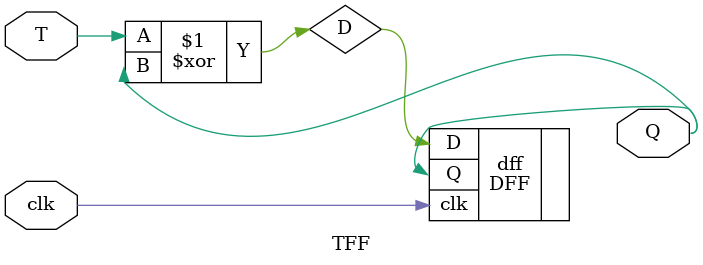
<source format=v>
module TFF (
    input T, clk,
    output Q
);
    wire D;

    xor (D, T, Q);
    DFF dff (.D(D), .clk(clk), .Q(Q)); 

endmodule

</source>
